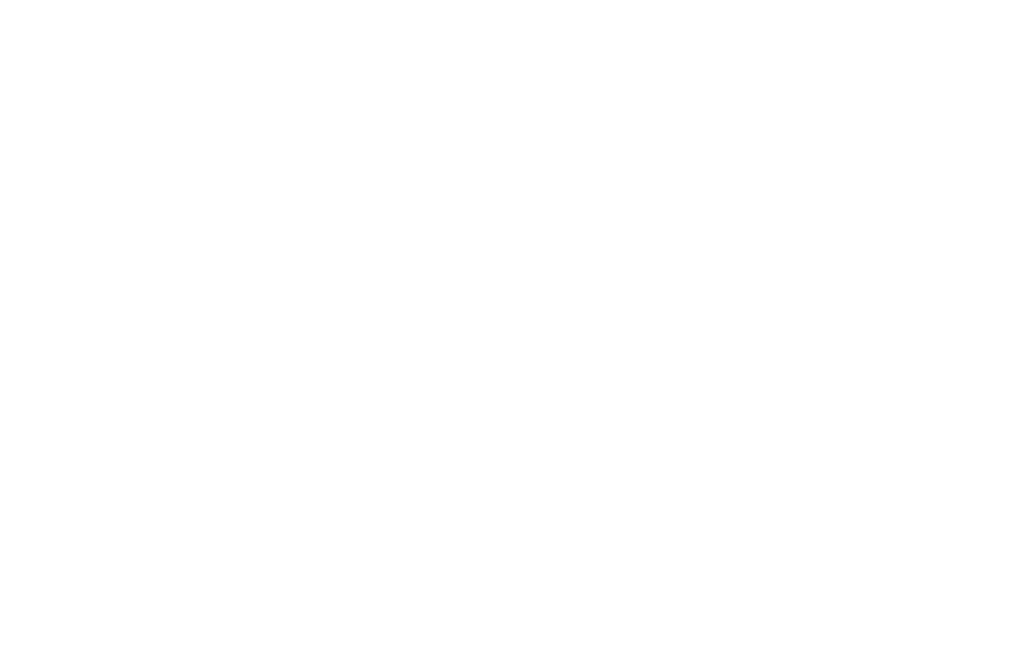
<source format=kicad_pcb>
(kicad_pcb (version 20171130) (host pcbnew "(5.0.1)-4")

  (general
    (thickness 1.6)
    (drawings 176)
    (tracks 0)
    (zones 0)
    (modules 0)
    (nets 1)
  )

  (page A4)
  (layers
    (0 F.Cu signal)
    (31 B.Cu signal)
    (32 B.Adhes user)
    (33 F.Adhes user)
    (34 B.Paste user)
    (35 F.Paste user)
    (36 B.SilkS user)
    (37 F.SilkS user)
    (38 B.Mask user)
    (39 F.Mask user)
    (40 Dwgs.User user)
    (41 Cmts.User user)
    (42 Eco1.User user)
    (43 Eco2.User user)
    (44 Edge.Cuts user)
    (45 Margin user)
    (46 B.CrtYd user)
    (47 F.CrtYd user)
    (48 B.Fab user)
    (49 F.Fab user)
  )

  (setup
    (last_trace_width 0.25)
    (trace_clearance 0.2)
    (zone_clearance 0.508)
    (zone_45_only no)
    (trace_min 0.2)
    (segment_width 0.2)
    (edge_width 0.2)
    (via_size 0.8)
    (via_drill 0.4)
    (via_min_size 0.4)
    (via_min_drill 0.3)
    (uvia_size 0.3)
    (uvia_drill 0.1)
    (uvias_allowed no)
    (uvia_min_size 0.2)
    (uvia_min_drill 0.1)
    (pcb_text_width 0.3)
    (pcb_text_size 1.5 1.5)
    (mod_edge_width 0.15)
    (mod_text_size 1 1)
    (mod_text_width 0.15)
    (pad_size 1.524 1.524)
    (pad_drill 0.762)
    (pad_to_mask_clearance 0.051)
    (solder_mask_min_width 0.25)
    (aux_axis_origin 0 0)
    (visible_elements 7FFFFFFF)
    (pcbplotparams
      (layerselection 0x010fc_ffffffff)
      (usegerberextensions false)
      (usegerberattributes false)
      (usegerberadvancedattributes false)
      (creategerberjobfile false)
      (excludeedgelayer true)
      (linewidth 0.100000)
      (plotframeref false)
      (viasonmask false)
      (mode 1)
      (useauxorigin false)
      (hpglpennumber 1)
      (hpglpenspeed 20)
      (hpglpendiameter 15.000000)
      (psnegative false)
      (psa4output false)
      (plotreference true)
      (plotvalue true)
      (plotinvisibletext false)
      (padsonsilk false)
      (subtractmaskfromsilk false)
      (outputformat 1)
      (mirror false)
      (drillshape 1)
      (scaleselection 1)
      (outputdirectory ""))
  )

  (net 0 "")

  (net_class Default "This is the default net class."
    (clearance 0.2)
    (trace_width 0.25)
    (via_dia 0.8)
    (via_drill 0.4)
    (uvia_dia 0.3)
    (uvia_drill 0.1)
  )

  (gr_circle (center 195.4 3) (end 197 3) (layer Eco2.User) (width 0.2) (tstamp 5D7E9DF5))
  (gr_circle (center 195.4 125.5) (end 197 125.5) (layer Eco2.User) (width 0.2) (tstamp 5D7E9DF3))
  (gr_circle (center 7.5 125.5) (end 9.1 125.5) (layer Eco2.User) (width 0.2) (tstamp 5D7E9DF1))
  (gr_circle (center 7.5 3) (end 9.1 3) (layer Eco2.User) (width 0.2))
  (gr_line (start 196.55 100.9) (end 196.55 106.9) (layer Eco2.User) (width 0.2) (tstamp 5D7E99FA))
  (gr_line (start 196.55 106.9) (end 192.45 106.9) (layer Eco2.User) (width 0.2) (tstamp 5D7E99F9))
  (gr_line (start 192.45 106.9) (end 192.45 100.9) (layer Eco2.User) (width 0.2) (tstamp 5D7E99F8))
  (gr_line (start 192.45 100.9) (end 196.55 100.9) (layer Eco2.User) (width 0.2) (tstamp 5D7E99F7))
  (gr_circle (center 194.55 115.85) (end 197.4 115.85) (layer Eco2.User) (width 0.2) (tstamp 5D7E99DF))
  (gr_circle (center 197.4 81.55) (end 198.95 81.55) (layer Eco2.User) (width 0.2) (tstamp 5D7E995B))
  (gr_circle (center 191.4 81.55) (end 192.95 81.55) (layer Eco2.User) (width 0.2) (tstamp 5D7E990B))
  (gr_line (start 198.25 89.6) (end 190.75 89.6) (layer Eco2.User) (width 0.2) (tstamp 5D7E98B3))
  (gr_line (start 198.25 93.6) (end 198.25 89.6) (layer Eco2.User) (width 0.2) (tstamp 5D7E98B2))
  (gr_line (start 190.75 93.6) (end 198.25 93.6) (layer Eco2.User) (width 0.2) (tstamp 5D7E98B1))
  (gr_line (start 190.75 89.6) (end 190.75 93.6) (layer Eco2.User) (width 0.2) (tstamp 5D7E98B0))
  (gr_line (start 182.55 107.3) (end 182.55 113.3) (layer Eco2.User) (width 0.2) (tstamp 5D7E978C))
  (gr_line (start 182.55 113.3) (end 178.45 113.3) (layer Eco2.User) (width 0.2) (tstamp 5D7E978B))
  (gr_line (start 178.45 113.3) (end 178.45 107.3) (layer Eco2.User) (width 0.2) (tstamp 5D7E978A))
  (gr_line (start 178.45 107.3) (end 182.55 107.3) (layer Eco2.User) (width 0.2) (tstamp 5D7E9789))
  (gr_circle (center 180.5 98.45) (end 182.05 98.45) (layer Eco2.User) (width 0.2) (tstamp 5D7E971F))
  (gr_circle (center 36.6 78.65) (end 38.15 78.65) (layer Eco2.User) (width 0.2))
  (gr_line (start 182.55 82.35) (end 182.55 88.35) (layer Eco2.User) (width 0.2) (tstamp 5D7E9683))
  (gr_line (start 182.55 88.35) (end 178.45 88.35) (layer Eco2.User) (width 0.2) (tstamp 5D7E9682))
  (gr_line (start 178.45 88.35) (end 178.45 82.35) (layer Eco2.User) (width 0.2) (tstamp 5D7E9681))
  (gr_line (start 178.45 82.35) (end 182.55 82.35) (layer Eco2.User) (width 0.2) (tstamp 5D7E9680))
  (gr_line (start 168.95 111.95) (end 168.95 84.95) (layer Eco2.User) (width 0.2) (tstamp 5D7E964B))
  (gr_line (start 171.95 111.95) (end 168.95 111.95) (layer Eco2.User) (width 0.2) (tstamp 5D7E964A))
  (gr_line (start 171.95 84.95) (end 171.95 111.95) (layer Eco2.User) (width 0.2) (tstamp 5D7E9649))
  (gr_line (start 154.95 111.95) (end 154.95 84.95) (layer Eco2.User) (width 0.2) (tstamp 5D7E9645))
  (gr_line (start 157.95 111.95) (end 154.95 111.95) (layer Eco2.User) (width 0.2) (tstamp 5D7E9644))
  (gr_line (start 157.95 84.95) (end 157.95 111.95) (layer Eco2.User) (width 0.2) (tstamp 5D7E9643))
  (gr_line (start 141.05 111.95) (end 141.05 84.95) (layer Eco2.User) (width 0.2) (tstamp 5D7E963F))
  (gr_line (start 144.05 111.95) (end 141.05 111.95) (layer Eco2.User) (width 0.2) (tstamp 5D7E963E))
  (gr_line (start 144.05 84.95) (end 144.05 111.95) (layer Eco2.User) (width 0.2) (tstamp 5D7E963D))
  (gr_line (start 126.95 111.95) (end 126.95 84.95) (layer Eco2.User) (width 0.2) (tstamp 5D7E9639))
  (gr_line (start 129.95 111.95) (end 126.95 111.95) (layer Eco2.User) (width 0.2) (tstamp 5D7E9638))
  (gr_line (start 129.95 84.95) (end 129.95 111.95) (layer Eco2.User) (width 0.2) (tstamp 5D7E9637))
  (gr_line (start 168.95 84.95) (end 171.95 84.95) (layer Eco2.User) (width 0.2) (tstamp 5D7E9628))
  (gr_line (start 154.95 84.95) (end 157.95 84.95) (layer Eco2.User) (width 0.2) (tstamp 5D7E95FE))
  (gr_line (start 141.05 84.95) (end 144.05 84.95) (layer Eco2.User) (width 0.2) (tstamp 5D7E95E1))
  (gr_line (start 126.95 84.95) (end 129.95 84.95) (layer Eco2.User) (width 0.2) (tstamp 5D7E95C8))
  (gr_line (start 113.05 111.95) (end 113.05 84.95) (layer Eco2.User) (width 0.2) (tstamp 5D7E95B1))
  (gr_line (start 116.05 111.95) (end 113.05 111.95) (layer Eco2.User) (width 0.2) (tstamp 5D7E95B0))
  (gr_line (start 116.05 84.95) (end 116.05 111.95) (layer Eco2.User) (width 0.2) (tstamp 5D7E95AF))
  (gr_line (start 113.05 84.95) (end 116.05 84.95) (layer Eco2.User) (width 0.2) (tstamp 5D7E95A1))
  (gr_line (start 99 111.95) (end 99 84.95) (layer Eco2.User) (width 0.2) (tstamp 5D7E951E))
  (gr_line (start 102 111.95) (end 99 111.95) (layer Eco2.User) (width 0.2) (tstamp 5D7E951D))
  (gr_line (start 102 84.95) (end 102 111.95) (layer Eco2.User) (width 0.2) (tstamp 5D7E951C))
  (gr_line (start 99 84.95) (end 102 84.95) (layer Eco2.User) (width 0.2) (tstamp 5D7E950D))
  (gr_line (start 93.75 94.75) (end 89.75 94.75) (layer Eco2.User) (width 0.2) (tstamp 5D7E94BB))
  (gr_line (start 89.75 94.75) (end 89.75 102.25) (layer Eco2.User) (width 0.2) (tstamp 5D7E94BA))
  (gr_line (start 89.75 102.25) (end 93.75 102.25) (layer Eco2.User) (width 0.2) (tstamp 5D7E94B9))
  (gr_line (start 93.75 102.25) (end 93.75 94.75) (layer Eco2.User) (width 0.2) (tstamp 5D7E94B8))
  (gr_circle (center 74.65 108.45) (end 79.2 108.45) (layer Eco2.User) (width 0.2) (tstamp 5D7E94A4))
  (gr_circle (center 74.65 88.55) (end 79.2 88.55) (layer Eco2.User) (width 0.2) (tstamp 5D7E9499))
  (gr_line (start 56.712245 107.344034) (end 60.812245 107.344034) (layer Eco2.User) (width 0.2) (tstamp 5D7E9442))
  (gr_line (start 60.812245 107.344034) (end 60.812245 113.344034) (layer Eco2.User) (width 0.2) (tstamp 5D7E9441))
  (gr_line (start 60.812245 113.344034) (end 56.712245 113.344034) (layer Eco2.User) (width 0.2) (tstamp 5D7E9440))
  (gr_line (start 56.712245 113.344034) (end 56.712245 107.344034) (layer Eco2.User) (width 0.2) (tstamp 5D7E943F))
  (gr_line (start 60.7 87.55) (end 60.7 93.55) (layer Eco2.User) (width 0.2) (tstamp 5D7E943E))
  (gr_line (start 60.7 93.55) (end 56.6 93.55) (layer Eco2.User) (width 0.2) (tstamp 5D7E943D))
  (gr_line (start 56.6 93.55) (end 56.6 87.55) (layer Eco2.User) (width 0.2) (tstamp 5D7E943C))
  (gr_line (start 56.6 87.55) (end 60.7 87.55) (layer Eco2.User) (width 0.2) (tstamp 5D7E941D))
  (gr_line (start 47 111.95) (end 47 84.95) (layer Eco2.User) (width 0.2) (tstamp 5D7E9411))
  (gr_line (start 50 111.95) (end 47 111.95) (layer Eco2.User) (width 0.2) (tstamp 5D7E9410))
  (gr_line (start 50 84.95) (end 50 111.95) (layer Eco2.User) (width 0.2) (tstamp 5D7E940F))
  (gr_line (start 47 84.95) (end 50 84.95) (layer Eco2.User) (width 0.2) (tstamp 5D7E9400))
  (gr_circle (center 22.7 108.45) (end 27.25 108.45) (layer Eco2.User) (width 0.2) (tstamp 5D7E93D9))
  (gr_line (start 34.662245 107.344034) (end 38.762245 107.344034) (layer Eco2.User) (width 0.2) (tstamp 5D7E935C))
  (gr_line (start 38.762245 107.344034) (end 38.762245 113.344034) (layer Eco2.User) (width 0.2) (tstamp 5D7E935B))
  (gr_line (start 38.762245 113.344034) (end 34.662245 113.344034) (layer Eco2.User) (width 0.2) (tstamp 5D7E935A))
  (gr_line (start 34.662245 113.344034) (end 34.662245 107.344034) (layer Eco2.User) (width 0.2) (tstamp 5D7E9359))
  (gr_line (start 34.562245 87.494034) (end 38.662245 87.494034) (layer Eco2.User) (width 0.2) (tstamp 5D7E91AF))
  (gr_line (start 38.662245 87.494034) (end 38.662245 93.494034) (layer Eco2.User) (width 0.2) (tstamp 5D7E91AE))
  (gr_line (start 38.662245 93.494034) (end 34.562245 93.494034) (layer Eco2.User) (width 0.2) (tstamp 5D7E91AD))
  (gr_line (start 34.562245 93.494034) (end 34.562245 87.494034) (layer Eco2.User) (width 0.2) (tstamp 5D7E91AC))
  (gr_circle (center 22.7 88.55) (end 27.25 88.55) (layer Eco2.User) (width 0.2))
  (gr_line (start 5.1 84.95) (end 8.1 84.95) (layer Eco2.User) (width 0.2) (tstamp 5D7E909D))
  (gr_line (start 5.1 111.95) (end 5.1 84.95) (layer Eco2.User) (width 0.2) (tstamp 5D7E909C))
  (gr_line (start 8.1 111.95) (end 5.1 111.95) (layer Eco2.User) (width 0.2))
  (gr_line (start 8.1 84.95) (end 8.1 111.95) (layer Eco2.User) (width 0.2))
  (gr_line (start 164.4 58.95) (end 168.5 58.95) (layer Eco2.User) (width 0.2) (tstamp 5D7E6F4E))
  (gr_line (start 164.4 58.95) (end 164.4 52.95) (layer Eco2.User) (width 0.2) (tstamp 5D7E6E51))
  (gr_line (start 168.5 52.95) (end 168.5 58.95) (layer Eco2.User) (width 0.2) (tstamp 5D7E6E50))
  (gr_line (start 164.4 52.95) (end 168.5 52.95) (layer Eco2.User) (width 0.2) (tstamp 5D7E6E4F))
  (gr_line (start 163.344034 70.537755) (end 163.344034 66.437755) (layer Eco2.User) (width 0.2) (tstamp 5D7E6E49))
  (gr_line (start 163.344034 66.437755) (end 169.344034 66.437755) (layer Eco2.User) (width 0.2) (tstamp 5D7E6E48))
  (gr_line (start 169.344034 70.537755) (end 163.344034 70.537755) (layer Eco2.User) (width 0.2) (tstamp 5D7E6E47))
  (gr_line (start 169.344034 66.437755) (end 169.344034 70.537755) (layer Eco2.User) (width 0.2) (tstamp 5D7E6E46))
  (gr_line (start 163.35 45.637755) (end 163.35 41.55) (layer Eco2.User) (width 0.2) (tstamp 5D7E6E0C))
  (gr_line (start 163.35 41.55) (end 169.35 41.55) (layer Eco2.User) (width 0.2) (tstamp 5D7E6E0B))
  (gr_line (start 169.35 45.65) (end 163.35 45.65) (layer Eco2.User) (width 0.2) (tstamp 5D7E6E0A))
  (gr_line (start 169.35 41.55) (end 169.35 45.65) (layer Eco2.User) (width 0.2) (tstamp 5D7E6E09))
  (gr_line (start 162.65 33.65) (end 162.65 37.65) (layer Eco2.User) (width 0.2) (tstamp 5D7E6DF6))
  (gr_line (start 162.65 37.65) (end 170.15 37.65) (layer Eco2.User) (width 0.2) (tstamp 5D7E6DF5))
  (gr_line (start 170.15 37.65) (end 170.15 33.65) (layer Eco2.User) (width 0.2) (tstamp 5D7E6DF4))
  (gr_line (start 170.15 33.65) (end 162.65 33.65) (layer Eco2.User) (width 0.2) (tstamp 5D7E6DF3))
  (gr_line (start 82.512245 66.544034) (end 82.512245 60.544034) (layer Eco2.User) (width 0.2) (tstamp 5D7D07C0))
  (gr_line (start 86.612245 66.544034) (end 82.512245 66.544034) (layer Eco2.User) (width 0.2) (tstamp 5D7D07BF))
  (gr_line (start 86.612245 60.544034) (end 86.612245 66.544034) (layer Eco2.User) (width 0.2))
  (gr_line (start 82.512245 60.544034) (end 86.612245 60.544034) (layer Eco2.User) (width 0.2))
  (gr_line (start 82.6 49.45) (end 82.6 41.95) (layer Eco2.User) (width 0.2) (tstamp 5D7C58E1))
  (gr_line (start 78.6 49.45) (end 82.6 49.45) (layer Eco2.User) (width 0.2) (tstamp 5D7C58E0))
  (gr_line (start 78.6 41.95) (end 78.6 49.45) (layer Eco2.User) (width 0.2))
  (gr_line (start 82.6 41.95) (end 78.6 41.95) (layer Eco2.User) (width 0.2))
  (gr_line (start 195.9 63) (end 195.9 36) (layer Eco2.User) (width 0.2) (tstamp 5D7C5860))
  (gr_line (start 192.9 63) (end 195.9 63) (layer Eco2.User) (width 0.2) (tstamp 5D7C585F))
  (gr_line (start 192.9 36) (end 192.9 63) (layer Eco2.User) (width 0.2) (tstamp 5D7C585E))
  (gr_line (start 195.9 36) (end 192.9 36) (layer Eco2.User) (width 0.2) (tstamp 5D7C585D))
  (gr_line (start 181.85 63) (end 181.85 36) (layer Eco2.User) (width 0.2) (tstamp 5D7C584D))
  (gr_line (start 178.85 63) (end 181.85 63) (layer Eco2.User) (width 0.2) (tstamp 5D7C584C))
  (gr_line (start 178.85 36) (end 178.85 63) (layer Eco2.User) (width 0.2) (tstamp 5D7C584B))
  (gr_line (start 181.85 36) (end 178.85 36) (layer Eco2.User) (width 0.2) (tstamp 5D7C584A))
  (gr_line (start 153.95 63) (end 153.95 36) (layer Eco2.User) (width 0.2) (tstamp 5D7C581C))
  (gr_line (start 150.95 63) (end 153.95 63) (layer Eco2.User) (width 0.2) (tstamp 5D7C581B))
  (gr_line (start 150.95 36) (end 150.95 63) (layer Eco2.User) (width 0.2) (tstamp 5D7C581A))
  (gr_line (start 153.95 36) (end 150.95 36) (layer Eco2.User) (width 0.2) (tstamp 5D7C5819))
  (gr_line (start 139.95 63) (end 139.95 36) (layer Eco2.User) (width 0.2) (tstamp 5D7C57B3))
  (gr_line (start 136.95 63) (end 139.95 63) (layer Eco2.User) (width 0.2) (tstamp 5D7C57B2))
  (gr_line (start 136.95 36) (end 136.95 63) (layer Eco2.User) (width 0.2) (tstamp 5D7C57B1))
  (gr_line (start 139.95 36) (end 136.95 36) (layer Eco2.User) (width 0.2) (tstamp 5D7C57B0))
  (gr_line (start 125.85 63) (end 125.85 36) (layer Eco2.User) (width 0.2) (tstamp 5D7C5726))
  (gr_line (start 122.85 63) (end 125.85 63) (layer Eco2.User) (width 0.2) (tstamp 5D7C5725))
  (gr_line (start 122.85 36) (end 122.85 63) (layer Eco2.User) (width 0.2) (tstamp 5D7C5724))
  (gr_line (start 125.85 36) (end 122.85 36) (layer Eco2.User) (width 0.2) (tstamp 5D7C5723))
  (gr_line (start 111.45 63) (end 111.45 36) (layer Eco2.User) (width 0.2) (tstamp 5D7C56B3))
  (gr_line (start 108.45 63) (end 111.45 63) (layer Eco2.User) (width 0.2) (tstamp 5D7C56B2))
  (gr_line (start 108.45 36) (end 108.45 63) (layer Eco2.User) (width 0.2) (tstamp 5D7C56B1))
  (gr_line (start 111.45 36) (end 108.45 36) (layer Eco2.User) (width 0.2) (tstamp 5D7C56B0))
  (gr_line (start 98.45 63) (end 98.45 36) (layer Eco2.User) (width 0.2) (tstamp 5D7C56AF))
  (gr_line (start 95.45 63) (end 98.45 63) (layer Eco2.User) (width 0.2) (tstamp 5D7C56AE))
  (gr_line (start 95.45 36) (end 95.45 63) (layer Eco2.User) (width 0.2) (tstamp 5D7C56AD))
  (gr_line (start 98.45 36) (end 95.45 36) (layer Eco2.User) (width 0.2) (tstamp 5D7C56AC))
  (gr_line (start 72.95 63) (end 72.95 36) (layer Eco2.User) (width 0.2) (tstamp 5D7C565F))
  (gr_line (start 69.95 63) (end 72.95 63) (layer Eco2.User) (width 0.2) (tstamp 5D7C565E))
  (gr_line (start 69.95 36) (end 69.95 63) (layer Eco2.User) (width 0.2) (tstamp 5D7C565D))
  (gr_line (start 72.95 36) (end 69.95 36) (layer Eco2.User) (width 0.2) (tstamp 5D7C565C))
  (gr_line (start 59.05 63) (end 59.05 36) (layer Eco2.User) (width 0.2) (tstamp 5D7C4F41))
  (gr_line (start 56.05 63) (end 59.05 63) (layer Eco2.User) (width 0.2) (tstamp 5D7C4F40))
  (gr_line (start 56.05 36) (end 56.05 63) (layer Eco2.User) (width 0.2) (tstamp 5D7C4F3F))
  (gr_line (start 59.05 36) (end 56.05 36) (layer Eco2.User) (width 0.2) (tstamp 5D7C4F3E))
  (gr_line (start 44.95 63) (end 44.95 36) (layer Eco2.User) (width 0.2) (tstamp 5D7C4ED1))
  (gr_line (start 41.95 63) (end 44.95 63) (layer Eco2.User) (width 0.2) (tstamp 5D7C4ED0))
  (gr_line (start 41.95 36) (end 41.95 63) (layer Eco2.User) (width 0.2))
  (gr_line (start 44.95 36) (end 41.95 36) (layer Eco2.User) (width 0.2))
  (gr_circle (center 29.95 64.6) (end 33.1 64.6) (layer Eco2.User) (width 0.2) (tstamp 5D7C4E76))
  (gr_circle (center 19 64.6) (end 22.15 64.6) (layer Eco2.User) (width 0.2) (tstamp 5D7C4E74))
  (gr_circle (center 8.1 64.6) (end 11.25 64.6) (layer Eco2.User) (width 0.2) (tstamp 5D7C4E72))
  (gr_circle (center 30.05 47.6) (end 33.2 47.6) (layer Eco2.User) (width 0.2) (tstamp 5D7C4E3A))
  (gr_circle (center 30.05 30.7) (end 33.2 30.7) (layer Eco2.User) (width 0.2) (tstamp 5D7C4E36))
  (gr_circle (center 19.1 47.6) (end 22.25 47.6) (layer Eco2.User) (width 0.2) (tstamp 5D7C4E2D))
  (gr_circle (center 19.1 30.7) (end 22.25 30.7) (layer Eco2.User) (width 0.2) (tstamp 5D7C4E29))
  (gr_circle (center 8.1 47.6) (end 11.25 47.6) (layer Eco2.User) (width 0.2) (tstamp 5D7C4E0E))
  (gr_circle (center 8.1 30.7) (end 11.25 30.7) (layer Eco2.User) (width 0.2) (tstamp 5D7C4E09))
  (gr_circle (center 194.7 15.8) (end 197.85 15.8) (layer Eco2.User) (width 0.2) (tstamp 5D7C4D61))
  (gr_circle (center 183.75 15.8) (end 186.9 15.8) (layer Eco2.User) (width 0.2) (tstamp 5D7C4D5D))
  (gr_circle (center 172.8 15.8) (end 175.95 15.8) (layer Eco2.User) (width 0.2) (tstamp 5D7C4D59))
  (gr_circle (center 161.85 15.8) (end 165 15.8) (layer Eco2.User) (width 0.2) (tstamp 5D7C4D55))
  (gr_circle (center 150.75 15.8) (end 153.9 15.8) (layer Eco2.User) (width 0.2) (tstamp 5D7C4D51))
  (gr_circle (center 139.9 15.8) (end 143.05 15.8) (layer Eco2.User) (width 0.2) (tstamp 5D7C4D4D))
  (gr_circle (center 128.9 15.8) (end 132.05 15.8) (layer Eco2.User) (width 0.2) (tstamp 5D7C4D49))
  (gr_circle (center 117.9 15.8) (end 121.05 15.8) (layer Eco2.User) (width 0.2) (tstamp 5D7C4D45))
  (gr_circle (center 106.95 15.8) (end 110.1 15.8) (layer Eco2.User) (width 0.2) (tstamp 5D7C4D41))
  (gr_circle (center 95.85 15.8) (end 99 15.8) (layer Eco2.User) (width 0.2) (tstamp 5D7C4D3D))
  (gr_circle (center 84.95 15.8) (end 88.1 15.8) (layer Eco2.User) (width 0.2) (tstamp 5D7C4D39))
  (gr_circle (center 74 15.8) (end 77.15 15.8) (layer Eco2.User) (width 0.2) (tstamp 5D7C4D35))
  (gr_circle (center 62.95 15.8) (end 66.1 15.8) (layer Eco2.User) (width 0.2) (tstamp 5D7C4D31))
  (gr_circle (center 52 15.8) (end 55.15 15.8) (layer Eco2.User) (width 0.2) (tstamp 5D7C4D2D))
  (gr_circle (center 41.05 15.8) (end 44.2 15.8) (layer Eco2.User) (width 0.2) (tstamp 5D7C4D28))
  (gr_circle (center 30.05 15.8) (end 33.2 15.8) (layer Eco2.User) (width 0.2) (tstamp 5D7C4D21))
  (gr_circle (center 19.1 15.8) (end 22.25 15.8) (layer Eco2.User) (width 0.2) (tstamp 5D7C4D1C))
  (gr_circle (center 8.15 15.8) (end 11.3 15.8) (layer Eco2.User) (width 0.2))
  (gr_line (start 0 128.5) (end 0 0) (layer Eco2.User) (width 0.2))
  (gr_line (start 203 128.5) (end 0 128.5) (layer Eco2.User) (width 0.2))
  (gr_line (start 203 0) (end 203 128.5) (layer Eco2.User) (width 0.2))
  (gr_line (start 0 0) (end 203 0) (layer Eco2.User) (width 0.2))

)

</source>
